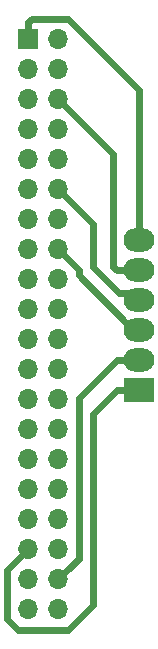
<source format=gbr>
G04 #@! TF.GenerationSoftware,KiCad,Pcbnew,5.0.0-rc2-dev-unknown-5e5e80d~64~ubuntu16.04.1*
G04 #@! TF.CreationDate,2018-05-07T09:41:14-03:00*
G04 #@! TF.ProjectId,audio_2,617564696F5F322E6B696361645F7063,rev?*
G04 #@! TF.SameCoordinates,Original*
G04 #@! TF.FileFunction,Copper,L1,Top,Signal*
G04 #@! TF.FilePolarity,Positive*
%FSLAX46Y46*%
G04 Gerber Fmt 4.6, Leading zero omitted, Abs format (unit mm)*
G04 Created by KiCad (PCBNEW 5.0.0-rc2-dev-unknown-5e5e80d~64~ubuntu16.04.1) date Mon May  7 09:41:14 2018*
%MOMM*%
%LPD*%
G01*
G04 APERTURE LIST*
%ADD10O,1.700000X1.700000*%
%ADD11R,1.700000X1.700000*%
%ADD12O,2.600000X2.000000*%
%ADD13R,2.600000X2.000000*%
%ADD14C,0.600000*%
G04 APERTURE END LIST*
D10*
X126485001Y-135367500D03*
X123945001Y-135367500D03*
X126485001Y-132827500D03*
X123945001Y-132827500D03*
X126485001Y-130287500D03*
X123945001Y-130287500D03*
X126485001Y-127747500D03*
X123945001Y-127747500D03*
X126485001Y-125207500D03*
X123945001Y-125207500D03*
X126485001Y-122667500D03*
X123945001Y-122667500D03*
X126485001Y-120127500D03*
X123945001Y-120127500D03*
X126485001Y-117587500D03*
X123945001Y-117587500D03*
X126485001Y-115047500D03*
X123945001Y-115047500D03*
X126485001Y-112507500D03*
X123945001Y-112507500D03*
X126485001Y-109967500D03*
X123945001Y-109967500D03*
X126485001Y-107427500D03*
X123945001Y-107427500D03*
X126485001Y-104887500D03*
X123945001Y-104887500D03*
X126485001Y-102347500D03*
X123945001Y-102347500D03*
X126485001Y-99807500D03*
X123945001Y-99807500D03*
X126485001Y-97267500D03*
X123945001Y-97267500D03*
X126485001Y-94727500D03*
X123945001Y-94727500D03*
X126485001Y-92187500D03*
X123945001Y-92187500D03*
X126485001Y-89647500D03*
X123945001Y-89647500D03*
X126485001Y-87107500D03*
D11*
X123945001Y-87107500D03*
D12*
X133350000Y-104140000D03*
X133350000Y-106680000D03*
X133350000Y-109220000D03*
X133350000Y-111760000D03*
X133350000Y-114300000D03*
D13*
X133350000Y-116840000D03*
D14*
X123945001Y-85657500D02*
X123945001Y-87107500D01*
X124245002Y-85357499D02*
X123945001Y-85657500D01*
X127325002Y-85357499D02*
X124245002Y-85357499D01*
X133350000Y-91382497D02*
X127325002Y-85357499D01*
X133350000Y-104140000D02*
X133350000Y-91382497D01*
X131149990Y-106379990D02*
X131450000Y-106680000D01*
X131450000Y-106680000D02*
X133350000Y-106680000D01*
X131149990Y-96852489D02*
X131149990Y-106379990D01*
X126485001Y-92187500D02*
X131149990Y-96852489D01*
X129435012Y-102757511D02*
X126485001Y-99807500D01*
X129435012Y-106362082D02*
X129435012Y-102757511D01*
X131652940Y-108580010D02*
X129435012Y-106362082D01*
X132710010Y-108580010D02*
X131652940Y-108580010D01*
X133350000Y-109220000D02*
X132710010Y-108580010D01*
X127335000Y-131977501D02*
X126485001Y-132827500D01*
X128235002Y-117514998D02*
X128235002Y-131077499D01*
X131450000Y-114300000D02*
X128235002Y-117514998D01*
X128235002Y-131077499D02*
X127335000Y-131977501D01*
X133350000Y-114300000D02*
X131450000Y-114300000D01*
X123095002Y-131137499D02*
X123945001Y-130287500D01*
X122195000Y-132037501D02*
X123095002Y-131137499D01*
X122195000Y-136207501D02*
X122195000Y-132037501D01*
X123105000Y-137117501D02*
X122195000Y-136207501D01*
X127325002Y-137117501D02*
X123105000Y-137117501D01*
X129435012Y-135007491D02*
X127325002Y-137117501D01*
X129435012Y-118854988D02*
X129435012Y-135007491D01*
X131450000Y-116840000D02*
X129435012Y-118854988D01*
X133350000Y-116840000D02*
X131450000Y-116840000D01*
X127335000Y-105737499D02*
X126485001Y-104887500D01*
X128235002Y-106637501D02*
X127335000Y-105737499D01*
X132262991Y-111120010D02*
X128235002Y-107092021D01*
X132710010Y-111120010D02*
X132262991Y-111120010D01*
X128235002Y-107092021D02*
X128235002Y-106637501D01*
X133350000Y-111760000D02*
X132710010Y-111120010D01*
M02*

</source>
